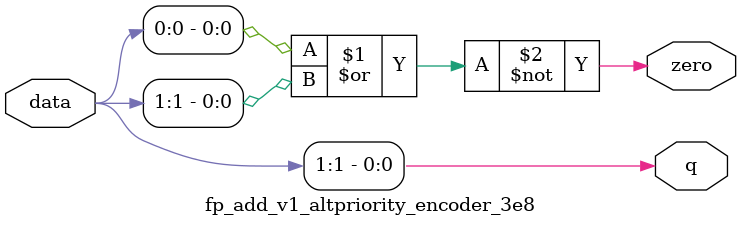
<source format=v>
module  fp_add_v1_altpriority_encoder_3e8
	( 
	data,
	q,
	zero) ;
	input   [1:0]  data;
	output   [0:0]  q;
	output   zero;
	assign
		q = {data[1]},
		zero = (~ (data[0] | data[1]));
endmodule
</source>
